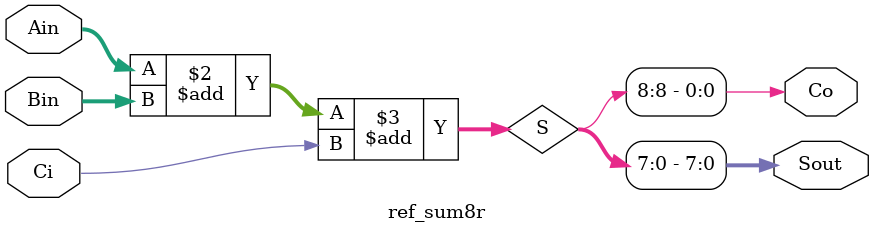
<source format=v>
module ref_sum8r (Ain, Bin, Ci, Sout, Co);
  input  [7:0] Ain, Bin;
  input        Ci;
  output [7:0] Sout;
  output       Co;
  
  reg [8:0] S;

always @(*) begin
  S=Ain+Bin+Ci;
end
  
  assign Sout=S[7:0];
  assign Co = S[8];
endmodule
</source>
